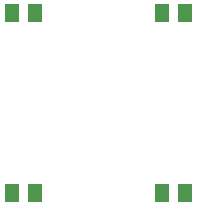
<source format=gbr>
G04 EAGLE Gerber RS-274X export*
G75*
%MOMM*%
%FSLAX34Y34*%
%LPD*%
%INSolderpaste Bottom*%
%IPPOS*%
%AMOC8*
5,1,8,0,0,1.08239X$1,22.5*%
G01*
%ADD10R,1.300000X1.500000*%


D10*
X187300Y215900D03*
X168300Y215900D03*
X187300Y63500D03*
X168300Y63500D03*
X295300Y63500D03*
X314300Y63500D03*
X295300Y215900D03*
X314300Y215900D03*
M02*

</source>
